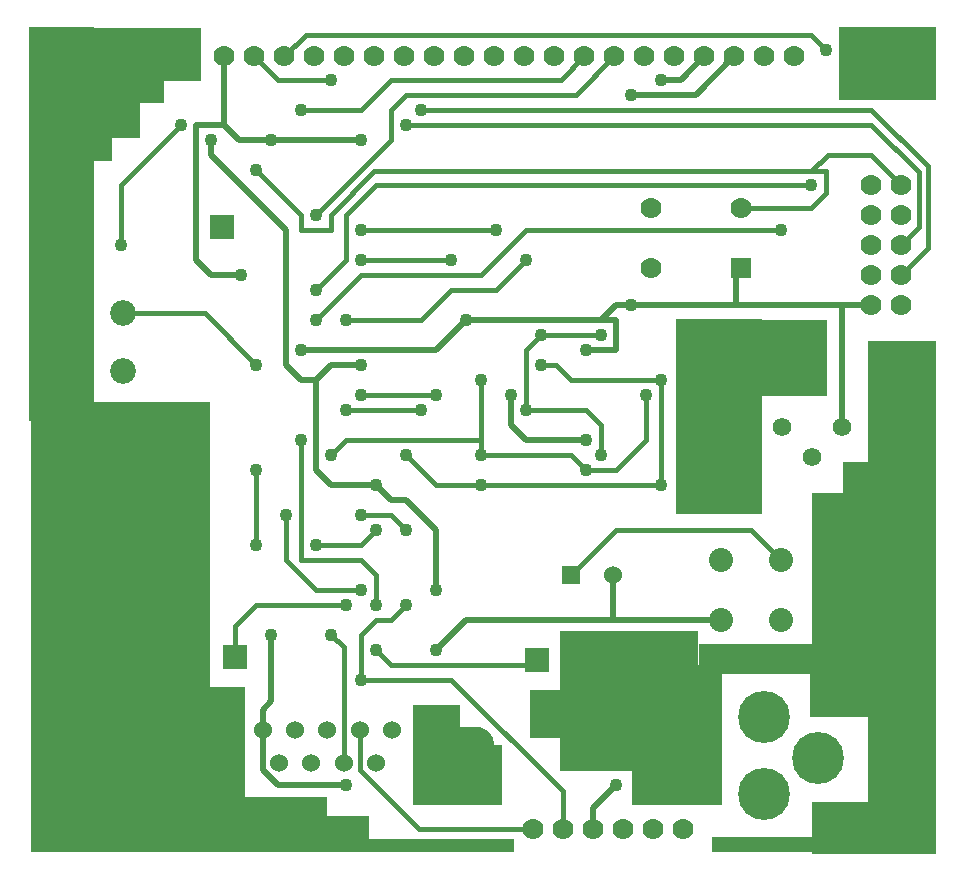
<source format=gbr>
G04 GERBER ASCII OUTPUT FROM: EDWIN 2000 (VER. 1.1 REV. 20011025)*
G04 GERBER FORMAT: RX-274-X*
G04 BOARD: PROTON_SER_GLCD*
G04 ARTWORK OF SOLD.LAYER POSITIVE*
%ASAXBY*%
%FSLAX23Y23*%
%MIA0B0*%
%MOIN*%
%OFA0.0000B0.0000*%
%SFA1B1*%
%IJA0B0*%
%INLAYER29POS*%
%IOA0B0*%
%IPPOS*%
%IR0*%
G04 APERTURE MACROS*
%AMEDWDONUT*
1,1,$1,$2,$3*
1,0,$4,$2,$3*
%
%AMEDWFRECT*
2,1,$1,$2,$3,$4,$5,$6*
%
%AMEDWORECT*
2,1,$1,$2,$3,$4,$5,$10*
2,1,$1,$4,$5,$6,$7,$10*
2,1,$1,$6,$7,$8,$9,$10*
2,1,$1,$8,$9,$2,$3,$10*
1,1,$1,$2,$3*
1,1,$1,$4,$5*
1,1,$1,$6,$7*
1,1,$1,$8,$9*
%
%AMEDWLINER*
2,1,$1,$2,$3,$4,$5,$6*
1,1,$1,$2,$3*
1,1,$1,$4,$5*
%
%AMEDWFTRNG*
4,1,3,$1,$2,$3,$4,$5,$6,$7,$8,$9*
%
%AMEDWATRNG*
4,1,3,$1,$2,$3,$4,$5,$6,$7,$8,$9*
2,1,$11,$1,$2,$3,$4,$10*
2,1,$11,$3,$4,$5,$6,$10*
2,1,$11,$5,$6,$7,$8,$10*
1,1,$11,$3,$4*
1,1,$11,$5,$6*
1,1,$11,$7,$8*
%
%AMEDWOTRNG*
2,1,$1,$2,$3,$4,$5,$8*
2,1,$1,$4,$5,$6,$7,$8*
2,1,$1,$6,$7,$2,$3,$8*
1,1,$1,$2,$3*
1,1,$1,$4,$5*
1,1,$1,$6,$7*
%
G04*
G04 APERTURE LIST*
%ADD10R,0.0700X0.0650*%
%ADD11R,0.0940X0.0890*%
%ADD12R,0.0600X0.0550*%
%ADD13R,0.0840X0.0790*%
%ADD14R,0.0650X0.0700*%
%ADD15R,0.0890X0.0940*%
%ADD16R,0.0550X0.0600*%
%ADD17R,0.0790X0.0840*%
%ADD18R,0.0350X0.0900*%
%ADD19R,0.0590X0.1140*%
%ADD20R,0.0250X0.0800*%
%ADD21R,0.0490X0.1040*%
%ADD22R,0.0900X0.0350*%
%ADD23R,0.1140X0.0590*%
%ADD24R,0.0800X0.0250*%
%ADD25R,0.1040X0.0490*%
%ADD26R,0.0800X0.0800*%
%ADD27R,0.1040X0.1040*%
%ADD28R,0.0700X0.0700*%
%ADD29R,0.0940X0.0940*%
%ADD30R,0.0570X0.0970*%
%ADD31R,0.0810X0.1210*%
%ADD32R,0.0470X0.0870*%
%ADD33R,0.0710X0.1110*%
%ADD34R,0.1520X0.0970*%
%ADD35R,0.1760X0.1210*%
%ADD36R,0.1420X0.0870*%
%ADD37R,0.1660X0.1110*%
%ADD38R,0.0600X0.0600*%
%ADD39R,0.0840X0.0840*%
%ADD40R,0.0500X0.0580*%
%ADD41R,0.0740X0.0820*%
%ADD42R,0.0400X0.0480*%
%ADD43R,0.0640X0.0720*%
%ADD44R,0.0580X0.0500*%
%ADD45R,0.0820X0.0740*%
%ADD46R,0.0480X0.0400*%
%ADD47R,0.0720X0.0640*%
%ADD48R,0.0900X0.0900*%
%ADD49R,0.1140X0.1140*%
%ADD50C,0.0010*%
%ADD52C,0.0020*%
%ADD53R,0.0020X0.0020*%
%ADD54C,0.0030*%
%ADD55R,0.0030X0.0030*%
%ADD56C,0.0040*%
%ADD57R,0.0040X0.0040*%
%ADD58C,0.0050*%
%ADD59R,0.0050X0.0050*%
%ADD60C,0.00787*%
%ADD61R,0.00787X0.00787*%
%ADD62C,0.0080*%
%ADD64C,0.00984*%
%ADD65R,0.00984X0.00984*%
%ADD66C,0.0120*%
%ADD68C,0.0130*%
%ADD70C,0.01598*%
%ADD72C,0.01969*%
%ADD73R,0.01969X0.01969*%
%ADD74C,0.0200*%
%ADD76C,0.0250*%
%ADD77R,0.0250X0.0250*%
%ADD78C,0.0290*%
%ADD80C,0.03004*%
%ADD81R,0.03004X0.03004*%
%ADD82C,0.0320*%
%ADD84C,0.0350*%
%ADD85R,0.0350X0.0350*%
%ADD86C,0.0360*%
%ADD88C,0.0370*%
%ADD90C,0.03937*%
%ADD91R,0.03937X0.03937*%
%ADD92C,0.03998*%
%ADD94C,0.04331*%
%ADD95R,0.04331X0.04331*%
%ADD96C,0.04346*%
%ADD97R,0.04346X0.04346*%
%ADD98C,0.0440*%
%ADD100C,0.0490*%
%ADD101R,0.0490X0.0490*%
%ADD102C,0.0500*%
%ADD103R,0.0500X0.0500*%
%ADD104C,0.05404*%
%ADD105R,0.05404X0.05404*%
%ADD106C,0.0560*%
%ADD108C,0.0590*%
%ADD109R,0.0590X0.0590*%
%ADD110C,0.05906*%
%ADD111R,0.05906X0.05906*%
%ADD112C,0.0600*%
%ADD113R,0.0600X0.0600*%
%ADD114C,0.0620*%
%ADD116C,0.06693*%
%ADD117R,0.06693X0.06693*%
%ADD118C,0.06746*%
%ADD119R,0.06746X0.06746*%
%ADD120C,0.06906*%
%ADD121R,0.06906X0.06906*%
%ADD122C,0.0700*%
%ADD123R,0.0700X0.0700*%
%ADD124C,0.07087*%
%ADD125R,0.07087X0.07087*%
%ADD126C,0.0760*%
%ADD127R,0.0760X0.0760*%
%ADD128C,0.0800*%
%ADD129R,0.0800X0.0800*%
%ADD130C,0.08306*%
%ADD131R,0.08306X0.08306*%
%ADD132C,0.0840*%
%ADD133R,0.0840X0.0840*%
%ADD134C,0.08583*%
%ADD135R,0.08583X0.08583*%
%ADD136C,0.0860*%
%ADD138C,0.0880*%
%ADD140C,0.0900*%
%ADD141R,0.0900X0.0900*%
%ADD142C,0.09012*%
%ADD143R,0.09012X0.09012*%
%ADD144C,0.0940*%
%ADD145R,0.0940X0.0940*%
%ADD146C,0.09441*%
%ADD147R,0.09441X0.09441*%
%ADD148C,0.0960*%
%ADD150C,0.1000*%
%ADD151R,0.1000X0.1000*%
%ADD152C,0.10016*%
%ADD153R,0.10016X0.10016*%
%ADD154C,0.1040*%
%ADD155R,0.1040X0.1040*%
%ADD156C,0.10728*%
%ADD157R,0.10728X0.10728*%
%ADD158C,0.10983*%
%ADD159R,0.10983X0.10983*%
%ADD160C,0.1100*%
%ADD162C,0.11157*%
%ADD163R,0.11157X0.11157*%
%ADD164C,0.1120*%
%ADD166C,0.1140*%
%ADD167R,0.1140X0.1140*%
%ADD168C,0.11412*%
%ADD169R,0.11412X0.11412*%
%ADD170C,0.11841*%
%ADD171R,0.11841X0.11841*%
%ADD172C,0.1200*%
%ADD174C,0.12016*%
%ADD175R,0.12016X0.12016*%
%ADD176C,0.12416*%
%ADD177R,0.12416X0.12416*%
%ADD178C,0.1300*%
%ADD180C,0.13128*%
%ADD181R,0.13128X0.13128*%
%ADD182C,0.13557*%
%ADD183R,0.13557X0.13557*%
%ADD184C,0.13732*%
%ADD185R,0.13732X0.13732*%
%ADD186C,0.1400*%
%ADD188C,0.14416*%
%ADD189R,0.14416X0.14416*%
%ADD190C,0.1500*%
%ADD192C,0.1502*%
%ADD193R,0.1502X0.1502*%
%ADD194C,0.1540*%
%ADD196C,0.15449*%
%ADD197R,0.15449X0.15449*%
%ADD198C,0.15748*%
%ADD200C,0.16132*%
%ADD201R,0.16132X0.16132*%
%ADD202C,0.16142*%
%ADD204C,0.16307*%
%ADD205R,0.16307X0.16307*%
%ADD206C,0.1640*%
%ADD208C,0.16736*%
%ADD209R,0.16736X0.16736*%
%ADD210C,0.17165*%
%ADD211R,0.17165X0.17165*%
%ADD212C,0.17323*%
%ADD214C,0.1742*%
%ADD215R,0.1742X0.1742*%
%ADD216C,0.17849*%
%ADD217R,0.17849X0.17849*%
%ADD218C,0.18148*%
%ADD220C,0.18542*%
%ADD222C,0.18707*%
%ADD223R,0.18707X0.18707*%
%ADD224C,0.18898*%
%ADD226C,0.19136*%
%ADD227R,0.19136X0.19136*%
%ADD228C,0.19565*%
%ADD229R,0.19565X0.19565*%
%ADD230C,0.19685*%
%ADD232C,0.1974*%
%ADD233R,0.1974X0.1974*%
%ADD234C,0.20598*%
%ADD235R,0.20598X0.20598*%
%ADD236C,0.2126*%
%ADD238C,0.21457*%
%ADD239R,0.21457X0.21457*%
%ADD240C,0.21886*%
%ADD241R,0.21886X0.21886*%
%ADD242C,0.2214*%
%ADD243R,0.2214X0.2214*%
%ADD244C,0.22744*%
%ADD245R,0.22744X0.22744*%
%ADD246C,0.22835*%
%ADD249R,0.22998X0.22998*%
%ADD251R,0.23433X0.23433*%
%ADD253R,0.23602X0.23602*%
%ADD255R,0.23857X0.23857*%
%ADD257R,0.24286X0.24286*%
%ADD259R,0.25144X0.25144*%
%ADD261R,0.25748X0.25748*%
%ADD263R,0.25833X0.25833*%
%ADD265R,0.26002X0.26002*%
%ADD267R,0.26177X0.26177*%
%ADD269R,0.26835X0.26835*%
%ADD271R,0.28148X0.28148*%
%ADD273R,0.28577X0.28577*%
%ADD275R,0.28752X0.28752*%
%ADD277R,0.29235X0.29235*%
%ADD279R,0.30039X0.30039*%
%ADD281R,0.31152X0.31152*%
%ADD283R,0.31327X0.31327*%
%ADD285R,0.3137X0.3137*%
%ADD287R,0.32185X0.32185*%
%ADD289R,0.32439X0.32439*%
%ADD291R,0.33727X0.33727*%
%ADD293R,0.3377X0.3377*%
%ADD295R,0.34585X0.34585*%
%ADD297R,0.36047X0.36047*%
%ADD299R,0.36906X0.36906*%
%ADD301R,0.38447X0.38447*%
%ADD303R,0.39306X0.39306*%
%ADD305R,0.41197X0.41197*%
%ADD307R,0.43597X0.43597*%
%ADD309R,0.45917X0.45917*%
%ADD311R,0.48317X0.48317*%
%ADD313R,0.50209X0.50209*%
%ADD315R,0.51925X0.51925*%
%ADD317R,0.52609X0.52609*%
%ADD319R,0.54325X0.54325*%
%ADD321R,0.57504X0.57504*%
%ADD323R,0.5965X0.5965*%
%ADD325R,0.59904X0.59904*%
%ADD327R,0.6205X0.6205*%
%ADD329R,1.06425X1.06425*%
%ADD331R,1.08825X1.08825*%
%ADD332C,1.18825*%
%ADD333R,1.18825X1.18825*%
%ADD334C,1.28825*%
%ADD335R,1.28825X1.28825*%
%ADD336C,1.38825*%
%ADD337R,1.38825X1.38825*%
%ADD338C,1.48825*%
%ADD339R,1.48825X1.48825*%
%ADD340C,1.58825*%
%ADD341R,1.58825X1.58825*%
%ADD342C,1.68825*%
%ADD343R,1.68825X1.68825*%
%ADD344C,1.78825*%
%ADD345R,1.78825X1.78825*%
%ADD346C,1.88825*%
%ADD347R,1.88825X1.88825*%
%ADD348C,1.98825*%
%ADD349R,1.98825X1.98825*%
G04*
D122*
X2549Y2653D02*D03*
X2449Y2653D02*D03*
X2349Y2653D02*D03*
X2249Y2653D02*D03*
X2149Y2653D02*D03*
X2049Y2653D02*D03*
X1949Y2653D02*D03*
X1849Y2653D02*D03*
X1749Y2653D02*D03*
X1649Y2653D02*D03*
X1549Y2653D02*D03*
X1449Y2653D02*D03*
X1349Y2653D02*D03*
X1249Y2653D02*D03*
X1149Y2653D02*D03*
X1049Y2653D02*D03*
X949Y2653D02*D03*
X849Y2653D02*D03*
X749Y2653D02*D03*
X649Y2653D02*D03*
D198*
X2862Y2645D02*D03*
X165Y2645D02*D03*
X165Y106D02*D03*
X2862Y106D02*D03*
D212*
X2449Y450D02*D03*
X2626Y312D02*D03*
X2449Y194D02*D03*
D128*
X2505Y775D02*D03*
X2505Y975D02*D03*
X2305Y975D02*D03*
X2305Y775D02*D03*
D114*
X2506Y1416D02*D03*
X2606Y1316D02*D03*
X2706Y1416D02*D03*
D112*
X1208Y408D02*D03*
X1100Y408D02*D03*
X992Y408D02*D03*
X884Y408D02*D03*
X776Y408D02*D03*
X1154Y296D02*D03*
X1046Y296D02*D03*
X938Y296D02*D03*
X830Y296D02*D03*
D178*
X1484Y352D02*D03*
X500Y352D02*D03*
D28* 
X2370Y1946D02*D03*
D122*
X2370Y2146D02*D03*
X2070Y2146D02*D03*
X2070Y1946D02*D03*
D136*
X310Y1797D02*D03*
X310Y1605D02*D03*
D38* 
X1805Y925D02*D03*
D112*
X1945Y925D02*D03*
D122*
X1678Y76D02*D03*
X1778Y76D02*D03*
X1878Y76D02*D03*
X2176Y76D02*D03*
X2076Y76D02*D03*
X1976Y76D02*D03*
X2805Y2225D02*D03*
X2905Y2225D02*D03*
X2805Y2125D02*D03*
X2905Y2125D02*D03*
X2805Y2025D02*D03*
X2905Y2025D02*D03*
X2805Y1925D02*D03*
X2905Y1925D02*D03*
X2805Y1825D02*D03*
X2905Y1825D02*D03*
D26* 
X685Y650D02*D03*
X1690Y640D02*D03*
X640Y2085D02*D03*
D94* 
X1355Y875D02*D03*
X2105Y2575D02*D03*
X1605Y1525D02*D03*
X905Y1675D02*D03*
X1955Y225D02*D03*
X1105Y2375D02*D03*
X1855Y1675D02*D03*
X1055Y225D02*D03*
X1455Y1775D02*D03*
X805Y725D02*D03*
X1355Y675D02*D03*
X705Y1925D02*D03*
X805Y2375D02*D03*
X2005Y1825D02*D03*
X2005Y2525D02*D03*
X2055Y1525D02*D03*
X1505Y1575D02*D03*
X905Y2475D02*D03*
X755Y1625D02*D03*
X1705Y1625D02*D03*
X1255Y1325D02*D03*
X2105Y1575D02*D03*
X2105Y1225D02*D03*
X1505Y1225D02*D03*
X1005Y2575D02*D03*
X2505Y2075D02*D03*
X955Y1775D02*D03*
X1105Y1625D02*D03*
X1855Y1375D02*D03*
X605Y2375D02*D03*
X1155Y1225D02*D03*
X2655Y2675D02*D03*
X305Y2025D02*D03*
X505Y2425D02*D03*
X1905Y1325D02*D03*
X1905Y1725D02*D03*
X1705Y1725D02*D03*
X1655Y1475D02*D03*
X955Y1025D02*D03*
X1155Y1075D02*D03*
X1105Y1125D02*D03*
X1255Y1075D02*D03*
X855Y1125D02*D03*
X1105Y875D02*D03*
X1855Y1275D02*D03*
X1505Y1325D02*D03*
X1005Y1325D02*D03*
X1655Y1975D02*D03*
X1055Y1775D02*D03*
X1555Y2075D02*D03*
X1105Y2075D02*D03*
X1305Y1475D02*D03*
X1055Y1475D02*D03*
X905Y1375D02*D03*
X1155Y825D02*D03*
X1355Y1525D02*D03*
X1105Y1525D02*D03*
X755Y1275D02*D03*
X755Y1025D02*D03*
X1405Y1975D02*D03*
X1105Y1975D02*D03*
X1305Y2475D02*D03*
X1255Y2425D02*D03*
X1155Y675D02*D03*
X1055Y825D02*D03*
X1005Y725D02*D03*
X755Y2275D02*D03*
X1255Y825D02*D03*
X1105Y575D02*D03*
X2605Y2225D02*D03*
X955Y1875D02*D03*
X955Y2125D02*D03*
G36*
X4Y1501D02*
X4Y-1D01*
X600Y-1D01*
X600Y1501D01*
X4Y1501D01*
G37*
G36*
X553Y549D02*
X553Y-1D01*
X716Y-1D01*
X716Y549D01*
X553Y549D01*
G37*
G36*
X677Y184D02*
X677Y-1D01*
X991Y-1D01*
X991Y184D01*
X677Y184D01*
G37*
G36*
X982Y120D02*
X982Y-1D01*
X1132Y-1D01*
X1132Y120D01*
X982Y120D01*
G37*
G36*
X-1Y2750D02*
X-1Y1437D01*
X214Y1437D01*
X214Y2750D01*
X-1Y2750D01*
G37*
G36*
X158Y2746D02*
X158Y2570D01*
X570Y2570D01*
X570Y2746D01*
X158Y2746D01*
G37*
G36*
X132Y2634D02*
X132Y2381D01*
X369Y2381D01*
X369Y2634D01*
X132Y2634D01*
G37*
G36*
X338Y2626D02*
X338Y2497D01*
X446Y2497D01*
X446Y2626D01*
X338Y2626D01*
G37*
G36*
X184Y2433D02*
X184Y2304D01*
X274Y2304D01*
X274Y2433D01*
X184Y2433D01*
G37*
G36*
X2793Y1703D02*
X2793Y-5D01*
X3021Y-5D01*
X3021Y1703D01*
X2793Y1703D01*
G37*
G36*
X2609Y167D02*
X2609Y-5D01*
X2866Y-5D01*
X2866Y167D01*
X2609Y167D01*
G37*
G36*
X2274Y51D02*
X2274Y-1D01*
X2643Y-1D01*
X2643Y51D01*
X2274Y51D01*
G37*
G36*
X2231Y695D02*
X2231Y592D01*
X2806Y592D01*
X2806Y695D01*
X2231Y695D01*
G37*
G36*
X2600Y613D02*
X2600Y450D01*
X2815Y450D01*
X2815Y613D01*
X2600Y613D01*
G37*
G36*
X1767Y738D02*
X1767Y270D01*
X2227Y270D01*
X2227Y738D01*
X1767Y738D01*
G37*
G36*
X2609Y1197D02*
X2609Y639D01*
X2827Y639D01*
X2827Y1197D01*
X2609Y1197D01*
G37*
G36*
X2712Y1300D02*
X2712Y1115D01*
X2797Y1115D01*
X2797Y1300D01*
X2712Y1300D01*
G37*
G36*
X2154Y1776D02*
X2154Y1128D01*
X2441Y1128D01*
X2441Y1776D01*
X2154Y1776D01*
G37*
G36*
X2394Y1772D02*
X2394Y1519D01*
X2656Y1519D01*
X2656Y1772D01*
X2394Y1772D01*
G37*
G36*
X1111Y42D02*
X1111Y-1D01*
X1613Y-1D01*
X1613Y42D01*
X1111Y42D01*
G37*
G36*
X1278Y489D02*
X1278Y158D01*
X1433Y158D01*
X1433Y489D01*
X1278Y489D01*
G37*
G36*
X1407Y356D02*
X1407Y158D01*
X1574Y158D01*
X1574Y356D01*
X1407Y356D01*
G37*
G36*
X1407Y416D02*
X1407Y313D01*
X1501Y313D01*
X1501Y416D01*
X1407Y416D01*
G37*
G36*
X1669Y540D02*
X1669Y381D01*
X1806Y381D01*
X1806Y540D01*
X1669Y540D01*
G37*
G36*
X2188Y622D02*
X2188Y158D01*
X2308Y158D01*
X2308Y622D01*
X2188Y622D01*
G37*
G36*
X2008Y326D02*
X2008Y158D01*
X2214Y158D01*
X2214Y326D01*
X2008Y326D01*
G37*
G36*
X2699Y2750D02*
X2699Y2506D01*
X3021Y2506D01*
X3021Y2750D01*
X2699Y2750D01*
G37*
D74* 
X1355Y675D02*
X1455Y775D01*
X1945Y775D01*
X2305Y775D01*
X805Y2375D02*
X697Y2375D01*
X647Y2425D01*
X2355Y1825D02*
X2355Y1931D01*
X2370Y1946D01*
X2005Y1825D02*
X2355Y1825D01*
X2706Y1825D01*
X2706Y1416D01*
X1855Y1675D02*
X1955Y1675D01*
X1955Y1775D01*
X1905Y1775D01*
X1455Y1775D01*
X1945Y925D02*
X1945Y775D01*
X776Y408D02*
X776Y275D01*
X826Y225D01*
X1055Y225D01*
X776Y408D02*
X776Y475D01*
X805Y504D01*
X805Y725D01*
X705Y1925D02*
X605Y1925D01*
X555Y1975D01*
X555Y2425D01*
X647Y2425D01*
X649Y2427D01*
X649Y2653D01*
X2805Y1825D02*
X2706Y1825D01*
X2005Y2525D02*
X2221Y2525D01*
X2349Y2653D01*
X1878Y76D02*
X1878Y148D01*
X1955Y225D01*
X2005Y1825D02*
X1955Y1825D01*
X1905Y1775D01*
X805Y2375D02*
X1105Y2375D01*
X1455Y1775D02*
X1355Y1675D01*
X905Y1675D01*
X1855Y1375D02*
X1655Y1375D01*
X1605Y1425D01*
X1605Y1525D01*
X605Y2375D02*
X605Y2325D01*
X855Y2075D01*
X855Y1625D01*
X905Y1575D01*
X955Y1575D01*
X1155Y1225D02*
X1005Y1225D01*
X955Y1275D01*
X955Y1575D01*
X1105Y1625D02*
X1005Y1625D01*
X955Y1575D01*
X1155Y1225D02*
X1205Y1175D01*
X1255Y1175D01*
X1355Y1075D01*
X1355Y875D01*
X2249Y2653D02*
X2171Y2575D01*
X2105Y2575D01*
D70* 
X1705Y1625D02*
X1755Y1625D01*
X1805Y1575D01*
X2105Y1575D01*
X1505Y1225D02*
X1355Y1225D01*
X1255Y1325D01*
X2105Y1575D02*
X2105Y1225D01*
X1505Y1225D01*
X1005Y2575D02*
X827Y2575D01*
X749Y2653D01*
X2505Y2075D02*
X1655Y2075D01*
X1505Y1925D01*
X1105Y1925D01*
X955Y1775D01*
X1855Y1275D02*
X1955Y1275D01*
X2055Y1375D01*
X2055Y1525D01*
X1505Y1325D02*
X1805Y1325D01*
X1855Y1275D01*
X1005Y1325D02*
X1055Y1375D01*
X1505Y1375D01*
X1505Y1575D01*
X905Y2475D02*
X1105Y2475D01*
X1205Y2575D01*
X1771Y2575D01*
X1849Y2653D01*
X310Y1797D02*
X583Y1797D01*
X755Y1625D01*
X955Y1025D02*
X1105Y1025D01*
X1155Y1075D01*
X1105Y1125D02*
X1205Y1125D01*
X1255Y1075D01*
X855Y1125D02*
X855Y975D01*
X955Y875D01*
X1105Y875D01*
X1505Y1325D02*
X1505Y1375D01*
X1255Y2425D02*
X2805Y2425D01*
X2963Y2267D01*
X2963Y2083D01*
X2905Y2025D01*
X2655Y2675D02*
X2605Y2725D01*
X921Y2725D01*
X849Y2653D01*
X505Y2425D02*
X305Y2225D01*
X305Y2025D01*
X1655Y1475D02*
X1855Y1475D01*
X1905Y1425D01*
X1905Y1325D01*
X1705Y1725D02*
X1905Y1725D01*
X1655Y1475D02*
X1655Y1675D01*
X1705Y1725D01*
X1355Y1525D02*
X1105Y1525D01*
X755Y1275D02*
X755Y1025D01*
X1405Y1975D02*
X1105Y1975D01*
X1305Y2475D02*
X2805Y2475D01*
X2994Y2286D01*
X2994Y2014D01*
X2905Y1925D01*
X955Y2125D02*
X1205Y2375D01*
X1205Y2475D01*
X1255Y2525D01*
X1821Y2525D01*
X1949Y2653D01*
X1655Y1975D02*
X1555Y1875D01*
X1405Y1875D01*
X1305Y1775D01*
X1055Y1775D01*
X1555Y2075D02*
X1105Y2075D01*
X1305Y1475D02*
X1055Y1475D01*
X905Y1375D02*
X905Y975D01*
X1105Y975D01*
X1155Y925D01*
X1155Y825D01*
X2605Y2269D02*
X2661Y2325D01*
X2805Y2325D01*
X2905Y2225D01*
X1805Y925D02*
X1955Y1075D01*
X2405Y1075D01*
X2505Y975D01*
X1105Y575D02*
X1105Y725D01*
X1155Y775D01*
X1205Y775D01*
X1255Y825D01*
X1105Y575D02*
X1405Y575D01*
X1778Y202D01*
X1778Y76D01*
X1100Y408D02*
X1100Y275D01*
X1299Y76D01*
X1678Y76D01*
X2605Y2225D02*
X1155Y2225D01*
X1055Y2125D01*
X1055Y1975D01*
X955Y1875D01*
X1155Y675D02*
X1205Y625D01*
X1675Y625D01*
X1690Y640D01*
X1055Y825D02*
X755Y825D01*
X685Y755D01*
X685Y650D01*
X1005Y725D02*
X1046Y684D01*
X1046Y296D01*
X2370Y2146D02*
X2605Y2146D01*
X2655Y2196D01*
X2655Y2269D01*
X2605Y2269D01*
X755Y2275D02*
X905Y2125D01*
X905Y2075D01*
X1005Y2075D01*
X1005Y2125D01*
X1149Y2269D01*
X2605Y2269D01*
M02*

</source>
